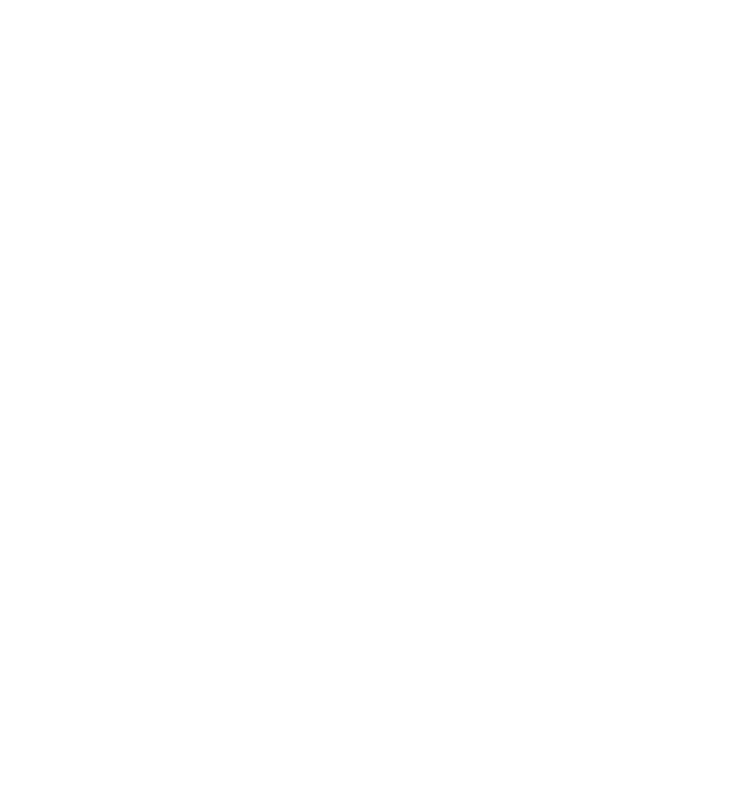
<source format=gbo>
G75*
%MOIN*%
%OFA0B0*%
%FSLAX24Y24*%
%IPPOS*%
%LPD*%
%AMOC8*
5,1,8,0,0,1.08239X$1,22.5*
%
%ADD10R,0.0960X0.0040*%
%ADD11R,0.1480X0.0040*%
%ADD12R,0.2000X0.0040*%
%ADD13R,0.2320X0.0040*%
%ADD14R,0.2600X0.0040*%
%ADD15R,0.3000X0.0040*%
%ADD16R,0.3240X0.0040*%
%ADD17R,0.3480X0.0040*%
%ADD18R,0.3640X0.0040*%
%ADD19R,0.3840X0.0040*%
%ADD20R,0.4040X0.0040*%
%ADD21R,0.4280X0.0040*%
%ADD22R,0.4440X0.0040*%
%ADD23R,0.4600X0.0040*%
%ADD24R,0.4720X0.0040*%
%ADD25R,0.4880X0.0040*%
%ADD26R,0.5040X0.0040*%
%ADD27R,0.5200X0.0040*%
%ADD28R,0.5320X0.0040*%
%ADD29R,0.5440X0.0040*%
%ADD30R,0.5560X0.0040*%
%ADD31R,0.5720X0.0040*%
%ADD32R,0.5840X0.0040*%
%ADD33R,0.5920X0.0040*%
%ADD34R,0.6040X0.0040*%
%ADD35R,0.6120X0.0040*%
%ADD36R,0.6240X0.0040*%
%ADD37R,0.6360X0.0040*%
%ADD38R,0.6480X0.0040*%
%ADD39R,0.6560X0.0040*%
%ADD40R,0.6680X0.0040*%
%ADD41R,0.6760X0.0040*%
%ADD42R,0.6840X0.0040*%
%ADD43R,0.6920X0.0040*%
%ADD44R,0.7000X0.0040*%
%ADD45R,0.7120X0.0040*%
%ADD46R,0.7200X0.0040*%
%ADD47R,0.7280X0.0040*%
%ADD48R,0.7360X0.0040*%
%ADD49R,0.7480X0.0040*%
%ADD50R,0.7520X0.0040*%
%ADD51R,0.7560X0.0040*%
%ADD52R,0.7640X0.0040*%
%ADD53R,0.7720X0.0040*%
%ADD54R,0.7800X0.0040*%
%ADD55R,0.7880X0.0040*%
%ADD56R,0.7960X0.0040*%
%ADD57R,0.8000X0.0040*%
%ADD58R,0.8080X0.0040*%
%ADD59R,0.8120X0.0040*%
%ADD60R,0.3560X0.0040*%
%ADD61R,0.3600X0.0040*%
%ADD62R,0.3400X0.0040*%
%ADD63R,0.3280X0.0040*%
%ADD64R,0.3160X0.0040*%
%ADD65R,0.3200X0.0040*%
%ADD66R,0.3120X0.0040*%
%ADD67R,0.2960X0.0040*%
%ADD68R,0.2880X0.0040*%
%ADD69R,0.2920X0.0040*%
%ADD70R,0.2840X0.0040*%
%ADD71R,0.2760X0.0040*%
%ADD72R,0.2800X0.0040*%
%ADD73R,0.2720X0.0040*%
%ADD74R,0.2680X0.0040*%
%ADD75R,0.2640X0.0040*%
%ADD76R,0.2560X0.0040*%
%ADD77R,0.2520X0.0040*%
%ADD78R,0.2480X0.0040*%
%ADD79R,0.2440X0.0040*%
%ADD80R,0.2400X0.0040*%
%ADD81R,0.2360X0.0040*%
%ADD82R,0.0320X0.0040*%
%ADD83R,0.0600X0.0040*%
%ADD84R,0.0720X0.0040*%
%ADD85R,0.2280X0.0040*%
%ADD86R,0.0880X0.0040*%
%ADD87R,0.2240X0.0040*%
%ADD88R,0.1040X0.0040*%
%ADD89R,0.2200X0.0040*%
%ADD90R,0.1120X0.0040*%
%ADD91R,0.1200X0.0040*%
%ADD92R,0.2160X0.0040*%
%ADD93R,0.1240X0.0040*%
%ADD94R,0.1280X0.0040*%
%ADD95R,0.1320X0.0040*%
%ADD96R,0.2120X0.0040*%
%ADD97R,0.2080X0.0040*%
%ADD98R,0.2040X0.0040*%
%ADD99R,0.1960X0.0040*%
%ADD100R,0.1160X0.0040*%
%ADD101R,0.1520X0.0040*%
%ADD102R,0.1920X0.0040*%
%ADD103R,0.0040X0.0040*%
%ADD104R,0.0120X0.0040*%
%ADD105R,0.0200X0.0040*%
%ADD106R,0.0280X0.0040*%
%ADD107R,0.0360X0.0040*%
%ADD108R,0.0440X0.0040*%
%ADD109R,0.0520X0.0040*%
%ADD110R,0.0680X0.0040*%
%ADD111R,0.0760X0.0040*%
%ADD112R,0.0840X0.0040*%
%ADD113R,0.0920X0.0040*%
%ADD114R,0.1000X0.0040*%
%ADD115R,0.1080X0.0040*%
%ADD116R,0.0080X0.0040*%
%ADD117R,0.0160X0.0040*%
%ADD118R,0.0240X0.0040*%
%ADD119R,0.1400X0.0040*%
%ADD120R,0.1560X0.0040*%
%ADD121R,0.1640X0.0040*%
%ADD122R,0.1720X0.0040*%
%ADD123R,0.1800X0.0040*%
%ADD124R,0.1880X0.0040*%
%ADD125R,0.0480X0.0040*%
%ADD126R,0.0560X0.0040*%
%ADD127R,0.0640X0.0040*%
%ADD128R,0.0800X0.0040*%
%ADD129R,0.4840X0.0040*%
%ADD130R,0.4800X0.0040*%
%ADD131R,0.4760X0.0040*%
%ADD132R,0.4680X0.0040*%
%ADD133R,0.4640X0.0040*%
%ADD134R,0.4560X0.0040*%
%ADD135R,0.4520X0.0040*%
%ADD136R,0.4480X0.0040*%
%ADD137R,0.4400X0.0040*%
%ADD138R,0.4360X0.0040*%
%ADD139R,0.4320X0.0040*%
%ADD140R,0.4240X0.0040*%
%ADD141R,0.4200X0.0040*%
%ADD142R,0.4160X0.0040*%
%ADD143R,0.4120X0.0040*%
%ADD144R,0.3960X0.0040*%
%ADD145R,0.3880X0.0040*%
%ADD146R,0.0400X0.0040*%
%ADD147R,0.3800X0.0040*%
%ADD148R,0.3760X0.0040*%
%ADD149R,0.3360X0.0040*%
%ADD150R,0.3080X0.0040*%
%ADD151R,0.1600X0.0040*%
%ADD152R,0.1680X0.0040*%
%ADD153R,0.3040X0.0040*%
%ADD154R,0.3720X0.0040*%
%ADD155R,0.3680X0.0040*%
%ADD156R,0.3520X0.0040*%
%ADD157R,0.3440X0.0040*%
%ADD158R,0.3320X0.0040*%
%ADD159R,0.1840X0.0040*%
%ADD160R,0.1760X0.0040*%
%ADD161R,0.1440X0.0040*%
%ADD162R,0.4920X0.0040*%
%ADD163R,0.4960X0.0040*%
%ADD164R,0.5000X0.0040*%
%ADD165R,0.5080X0.0040*%
%ADD166R,0.5120X0.0040*%
%ADD167R,0.5160X0.0040*%
%ADD168R,0.5240X0.0040*%
%ADD169R,0.5280X0.0040*%
%ADD170R,0.5360X0.0040*%
%ADD171R,0.5400X0.0040*%
%ADD172R,0.5480X0.0040*%
%ADD173R,0.5520X0.0040*%
%ADD174R,0.5600X0.0040*%
%ADD175R,0.5640X0.0040*%
%ADD176R,0.5680X0.0040*%
%ADD177R,0.5760X0.0040*%
%ADD178R,0.5800X0.0040*%
%ADD179R,0.5880X0.0040*%
%ADD180R,0.1360X0.0040*%
%ADD181R,0.3920X0.0040*%
%ADD182R,0.4000X0.0040*%
%ADD183R,0.4080X0.0040*%
%ADD184R,0.6720X0.0040*%
%ADD185R,0.6640X0.0040*%
D10*
X006680Y009540D03*
X011200Y015620D03*
X008080Y015860D03*
X008080Y020820D03*
X004440Y025620D03*
X002120Y021260D03*
X012640Y009580D03*
X014920Y014060D03*
X014320Y015860D03*
X014320Y020820D03*
X014920Y022620D03*
X015720Y026460D03*
X013520Y027980D03*
X020280Y006700D03*
X019160Y003580D03*
D11*
X019180Y003620D03*
X021100Y013180D03*
X014660Y014580D03*
X014300Y015620D03*
X014660Y022100D03*
X019140Y023580D03*
X021060Y023580D03*
X021060Y023620D03*
X021060Y023540D03*
X021060Y023500D03*
X021060Y023460D03*
X021060Y023420D03*
X021060Y023380D03*
X021060Y023340D03*
X021060Y023300D03*
X021060Y023260D03*
X021060Y023220D03*
X021060Y023180D03*
X021060Y023140D03*
X008860Y027740D03*
X001700Y019100D03*
X002140Y015660D03*
X004460Y011300D03*
X008100Y015620D03*
X008860Y008940D03*
D12*
X004440Y011580D03*
X008120Y015380D03*
X008120Y021300D03*
X011200Y024980D03*
X014280Y021300D03*
X017480Y024540D03*
X014280Y015380D03*
X014400Y015100D03*
X016920Y012740D03*
X015200Y010100D03*
X015200Y010060D03*
X015160Y009980D03*
X015160Y009940D03*
X015120Y009860D03*
X015120Y009820D03*
X015080Y009700D03*
X015040Y007980D03*
X015080Y007820D03*
X015080Y007780D03*
X015080Y007740D03*
X015120Y007700D03*
X015120Y007660D03*
X015160Y007540D03*
X019160Y003660D03*
X023200Y007580D03*
X023200Y007620D03*
X023240Y007700D03*
X023240Y007740D03*
X023280Y007780D03*
X023280Y007820D03*
X023280Y007860D03*
X023280Y007900D03*
X023280Y009620D03*
X023240Y009740D03*
X023240Y009780D03*
X023200Y009900D03*
X023200Y009940D03*
X023160Y010020D03*
X004440Y025100D03*
X002120Y020740D03*
D13*
X011200Y025140D03*
X017640Y024660D03*
X016760Y012460D03*
X015680Y010940D03*
X015640Y010900D03*
X015600Y006620D03*
X015640Y006580D03*
X015680Y006500D03*
X019160Y003700D03*
X022680Y006540D03*
X022720Y006580D03*
X022680Y010940D03*
X021520Y012540D03*
D14*
X021660Y012260D03*
X021660Y012220D03*
X022340Y011300D03*
X022380Y011260D03*
X022380Y006180D03*
X022340Y006140D03*
X019180Y003740D03*
X015980Y006140D03*
X015940Y011220D03*
X016620Y012180D03*
X011180Y011380D03*
X011180Y025300D03*
X019100Y026340D03*
D15*
X019100Y026220D03*
X011180Y025500D03*
X011180Y020660D03*
X011180Y016020D03*
X011180Y011180D03*
X016420Y011660D03*
X016420Y005780D03*
X019180Y003780D03*
X021900Y005780D03*
X022020Y011540D03*
X021860Y011740D03*
X021860Y011780D03*
X005660Y012420D03*
X005660Y024220D03*
D16*
X005540Y024460D03*
X011180Y020580D03*
X019100Y026140D03*
X011180Y011060D03*
X016660Y005660D03*
X019180Y003820D03*
D17*
X019180Y003860D03*
X011180Y010940D03*
X005420Y024700D03*
X011180Y025740D03*
D18*
X005340Y024860D03*
X011180Y016260D03*
X011180Y010860D03*
X005340Y011820D03*
X019100Y025980D03*
X019180Y003900D03*
D19*
X019160Y003940D03*
X011200Y016340D03*
X005240Y023820D03*
D20*
X011180Y010660D03*
X019180Y003980D03*
D21*
X019180Y004020D03*
X011100Y010460D03*
X019100Y025620D03*
X011180Y026140D03*
D22*
X011180Y019980D03*
X011180Y016700D03*
X010980Y010260D03*
X019180Y004060D03*
X019100Y025500D03*
D23*
X019100Y025380D03*
X010860Y010060D03*
X019180Y004100D03*
D24*
X019160Y004140D03*
X010760Y009900D03*
X011200Y016900D03*
X011200Y019780D03*
D25*
X011200Y019660D03*
X011200Y019620D03*
X011200Y026420D03*
X004800Y023340D03*
X004800Y013340D03*
X010680Y009740D03*
X019160Y004180D03*
D26*
X019160Y004220D03*
X011200Y017180D03*
X011200Y017220D03*
X011200Y019460D03*
X011200Y019500D03*
X011200Y026500D03*
X004880Y023180D03*
X004880Y013500D03*
D27*
X004960Y013660D03*
X011200Y017420D03*
X011200Y019260D03*
X011200Y019300D03*
X004960Y023020D03*
X019160Y004260D03*
D28*
X019180Y004300D03*
X011180Y019060D03*
X011180Y019100D03*
X005020Y022900D03*
X005020Y013780D03*
D29*
X005080Y013900D03*
X011200Y017820D03*
X011200Y017860D03*
X011200Y017900D03*
X011200Y017940D03*
X011200Y018740D03*
X011200Y018780D03*
X011200Y018820D03*
X011200Y018860D03*
X011200Y018900D03*
X005080Y022780D03*
X011200Y026700D03*
X019160Y004340D03*
D30*
X019180Y004380D03*
X005140Y014020D03*
X005140Y022660D03*
X011180Y026780D03*
D31*
X005220Y022500D03*
X005220Y014180D03*
X019180Y004420D03*
D32*
X019160Y004460D03*
X005280Y014300D03*
X005280Y022380D03*
X011200Y026900D03*
D33*
X019160Y004500D03*
D34*
X019180Y004540D03*
D35*
X019180Y004580D03*
D36*
X019160Y004620D03*
D37*
X019180Y004660D03*
D38*
X019160Y004700D03*
D39*
X019160Y004740D03*
D40*
X019180Y004780D03*
X004260Y017780D03*
X004260Y017820D03*
X004260Y017860D03*
X004260Y017900D03*
X004260Y017940D03*
X004260Y017980D03*
X004260Y018020D03*
X004260Y018060D03*
X004260Y018100D03*
X004260Y018140D03*
X004260Y018180D03*
X004260Y018500D03*
X004260Y018540D03*
X004260Y018580D03*
X004260Y018620D03*
X004260Y018660D03*
X004260Y018700D03*
X004260Y018740D03*
X004260Y018780D03*
X004260Y018820D03*
X004260Y018860D03*
X004260Y018900D03*
X004300Y019060D03*
D41*
X019180Y004820D03*
D42*
X019180Y004860D03*
D43*
X019180Y004900D03*
D44*
X019180Y004940D03*
D45*
X019160Y004980D03*
D46*
X019160Y005020D03*
D47*
X019160Y005060D03*
D48*
X019160Y005100D03*
D49*
X019180Y005140D03*
D50*
X019160Y005180D03*
D51*
X019180Y005220D03*
D52*
X019180Y005260D03*
D53*
X019180Y005300D03*
D54*
X019180Y005340D03*
D55*
X019180Y005380D03*
D56*
X019180Y005420D03*
D57*
X019160Y005460D03*
D58*
X019160Y005500D03*
D59*
X019180Y005540D03*
D60*
X016860Y005580D03*
X011180Y010900D03*
X005380Y011900D03*
X011180Y020460D03*
X005380Y024780D03*
X005380Y024820D03*
D61*
X011200Y025780D03*
X005360Y011860D03*
X021480Y005580D03*
D62*
X021580Y005620D03*
X016740Y005620D03*
X011180Y010980D03*
X005460Y012020D03*
X011180Y025700D03*
X019100Y026060D03*
D63*
X011200Y025620D03*
X011200Y020540D03*
X011200Y016100D03*
X005520Y012180D03*
X005520Y024500D03*
X021680Y005660D03*
D64*
X016580Y005700D03*
X011180Y011100D03*
X005580Y012260D03*
D65*
X005560Y012220D03*
X005560Y024420D03*
X011200Y025580D03*
X021760Y005700D03*
D66*
X021840Y005740D03*
X016520Y005740D03*
X011200Y016060D03*
X011200Y020620D03*
X011200Y025540D03*
X005600Y024380D03*
X005600Y012340D03*
X005600Y012300D03*
X019080Y026180D03*
D67*
X021840Y011820D03*
X021960Y005820D03*
X016360Y005820D03*
X016440Y011700D03*
X005680Y012460D03*
D68*
X005720Y012540D03*
X011200Y011260D03*
X011200Y015980D03*
X011200Y020700D03*
X011200Y025420D03*
X005720Y024140D03*
X005720Y024100D03*
X016480Y011820D03*
X016320Y005860D03*
X021800Y011900D03*
X021800Y011940D03*
D69*
X021820Y011860D03*
X022060Y011500D03*
X022020Y005860D03*
X016460Y011740D03*
X016460Y011780D03*
X016260Y011460D03*
X011180Y011220D03*
X005700Y012500D03*
X005700Y024180D03*
X011180Y025460D03*
D70*
X005740Y024060D03*
X005740Y012580D03*
X016180Y011420D03*
X016500Y011860D03*
X016500Y011900D03*
X016260Y005900D03*
X021780Y011980D03*
X022140Y011460D03*
X022060Y005900D03*
X019100Y026260D03*
D71*
X019100Y026300D03*
X011180Y015940D03*
X011180Y011300D03*
X016140Y011380D03*
X016540Y011980D03*
X016220Y005940D03*
X021740Y012060D03*
X022220Y011420D03*
X022260Y011380D03*
X022180Y005980D03*
X005780Y012660D03*
D72*
X005760Y012620D03*
X005760Y024020D03*
X011200Y025380D03*
X016520Y011940D03*
X021760Y012020D03*
X022120Y005940D03*
D73*
X021720Y012100D03*
X016560Y012060D03*
X016560Y012020D03*
X016080Y011340D03*
X016040Y011300D03*
X016120Y006020D03*
X016160Y005980D03*
X005800Y012700D03*
X006240Y019100D03*
X005800Y023980D03*
X011200Y025340D03*
X011200Y020740D03*
D74*
X005820Y023940D03*
X005820Y012740D03*
X011180Y011340D03*
X016580Y012100D03*
X021700Y012140D03*
X022300Y011340D03*
X022260Y006060D03*
X022220Y006020D03*
D75*
X022320Y006100D03*
X021680Y012180D03*
X016600Y012140D03*
X016000Y011260D03*
X016040Y006100D03*
X016080Y006060D03*
X011200Y015900D03*
X005840Y012820D03*
X005840Y012780D03*
X005840Y023860D03*
X005840Y023900D03*
D76*
X011200Y020780D03*
X017800Y024700D03*
X016640Y012220D03*
X021640Y012300D03*
X015920Y006220D03*
X015960Y006180D03*
D77*
X015860Y011140D03*
X015900Y011180D03*
X016660Y012260D03*
X021620Y012340D03*
X022460Y006260D03*
X022420Y006220D03*
X011180Y011420D03*
X020420Y024700D03*
X011180Y025260D03*
D78*
X011200Y025220D03*
X016680Y012300D03*
X021600Y012380D03*
X022440Y011220D03*
X022480Y011180D03*
X022480Y006300D03*
X015880Y006260D03*
X015840Y006300D03*
X011200Y011460D03*
D79*
X011180Y015860D03*
X011180Y020820D03*
X016700Y012340D03*
X015820Y011100D03*
X015780Y011060D03*
X015780Y006380D03*
X015820Y006340D03*
X021580Y012420D03*
X022500Y011140D03*
X022540Y011100D03*
X022540Y006340D03*
X019100Y026380D03*
D80*
X011200Y025180D03*
X021560Y012460D03*
X022560Y011060D03*
X022640Y006460D03*
X022600Y006420D03*
X022560Y006380D03*
X016720Y012380D03*
X015760Y011020D03*
X015760Y006420D03*
D81*
X015700Y006460D03*
X015660Y006540D03*
X015700Y010980D03*
X016740Y012420D03*
X021540Y012500D03*
X022620Y011020D03*
X022660Y010980D03*
X022660Y006500D03*
X011180Y011500D03*
D82*
X012920Y008980D03*
X015080Y013580D03*
X021000Y009620D03*
X020280Y006540D03*
X008120Y016220D03*
X008120Y020460D03*
X010600Y021940D03*
X011200Y021100D03*
X011800Y021940D03*
X015240Y023260D03*
X015400Y025420D03*
X015400Y025460D03*
X015400Y025500D03*
X004440Y025940D03*
X004440Y010740D03*
D83*
X002140Y015220D03*
X008100Y016060D03*
X008100Y020620D03*
X008860Y028180D03*
X015100Y022980D03*
X015540Y026060D03*
X019100Y026660D03*
X015100Y018860D03*
X015100Y018820D03*
X015100Y018780D03*
X015100Y018740D03*
X015100Y018700D03*
X015100Y018660D03*
X015100Y018620D03*
X015100Y018580D03*
X015100Y018540D03*
X015100Y018500D03*
X015100Y018460D03*
X015100Y018420D03*
X015100Y018260D03*
X015100Y018220D03*
X015100Y018180D03*
X015100Y018140D03*
X015100Y018100D03*
X015100Y018060D03*
X015100Y018020D03*
X015100Y017980D03*
X015100Y017940D03*
X015100Y017900D03*
X015100Y017860D03*
X015100Y017820D03*
X014300Y016060D03*
X015100Y013700D03*
X012780Y009260D03*
X008860Y008500D03*
X020300Y006580D03*
D84*
X020280Y006620D03*
X021000Y009540D03*
X015040Y013820D03*
X014280Y015980D03*
X014280Y020700D03*
X015040Y022860D03*
X015600Y026220D03*
X008080Y015980D03*
X004440Y010940D03*
X012720Y009380D03*
X002120Y021380D03*
X004440Y025740D03*
D85*
X003700Y019100D03*
X003700Y017580D03*
X011180Y020860D03*
X016780Y012500D03*
X015620Y010860D03*
X015580Y010820D03*
X015540Y006700D03*
X015580Y006660D03*
X011180Y011540D03*
X022700Y010900D03*
X022740Y010860D03*
X022780Y006700D03*
X022780Y006660D03*
X022740Y006620D03*
X019100Y026420D03*
D86*
X019120Y024140D03*
X015680Y026380D03*
X013520Y028020D03*
X013520Y028060D03*
X014960Y022700D03*
X011200Y021060D03*
X008080Y020780D03*
X008080Y015900D03*
X004440Y011020D03*
X002120Y015380D03*
X002120Y021300D03*
X004440Y025660D03*
X014960Y013980D03*
X012640Y009500D03*
X020280Y006660D03*
D87*
X022800Y006740D03*
X022840Y006780D03*
X022800Y010780D03*
X022760Y010820D03*
X021480Y012580D03*
X016800Y012540D03*
X015560Y010780D03*
X015520Y010740D03*
X015480Y006820D03*
X015520Y006740D03*
X011200Y015820D03*
X011200Y025100D03*
X020560Y024660D03*
D88*
X019120Y024060D03*
X015760Y026540D03*
X014880Y022540D03*
X014320Y020860D03*
X014320Y015820D03*
X014880Y014140D03*
X012600Y009660D03*
X008080Y015820D03*
X004440Y011100D03*
X008080Y020860D03*
X004440Y025580D03*
X002120Y021220D03*
X020280Y006780D03*
X020280Y006740D03*
X021040Y009380D03*
D89*
X022820Y010740D03*
X022860Y010700D03*
X022900Y010620D03*
X021460Y012620D03*
X016820Y012580D03*
X015500Y010700D03*
X015500Y010660D03*
X015460Y010620D03*
X015460Y006860D03*
X015500Y006780D03*
X011180Y011580D03*
X004500Y011700D03*
X002540Y016420D03*
X002980Y016860D03*
X002980Y019820D03*
X002540Y020260D03*
X004500Y024980D03*
X007180Y022300D03*
X017580Y024620D03*
X022940Y006940D03*
X022900Y006900D03*
X022900Y006860D03*
X022860Y006820D03*
D90*
X021000Y008420D03*
X021040Y008620D03*
X021040Y008660D03*
X021040Y008700D03*
X021040Y008740D03*
X021040Y009100D03*
X021040Y009140D03*
X021040Y009180D03*
X021040Y009220D03*
X021040Y009260D03*
X021040Y009300D03*
X020280Y006820D03*
X014840Y014220D03*
X012560Y009700D03*
X008080Y015780D03*
X004440Y011140D03*
X008080Y020900D03*
X004440Y025540D03*
X002120Y021180D03*
X014840Y022460D03*
X015800Y026620D03*
X019120Y024020D03*
D91*
X019120Y023980D03*
X019120Y023940D03*
X015840Y026660D03*
X013520Y027900D03*
X014800Y022380D03*
X014320Y020940D03*
X014800Y014300D03*
X020840Y007900D03*
X020840Y007860D03*
X020800Y007780D03*
X020880Y007940D03*
X020880Y007980D03*
X020920Y008100D03*
X020960Y008220D03*
X020280Y006860D03*
X008080Y015740D03*
X004440Y011180D03*
X008080Y020940D03*
X004440Y025500D03*
D92*
X004480Y025020D03*
X004520Y024940D03*
X007240Y022260D03*
X007280Y022220D03*
X007320Y022180D03*
X007360Y022140D03*
X007400Y022100D03*
X007440Y022060D03*
X007480Y022020D03*
X007520Y021980D03*
X007560Y021940D03*
X007600Y021900D03*
X007640Y021860D03*
X007680Y021820D03*
X007720Y021780D03*
X007760Y021740D03*
X007800Y021700D03*
X007840Y021660D03*
X007880Y021620D03*
X007920Y021580D03*
X007960Y021540D03*
X008000Y021500D03*
X008040Y021460D03*
X008080Y021420D03*
X008120Y021380D03*
X003680Y019140D03*
X003600Y019180D03*
X003400Y019380D03*
X003240Y019580D03*
X003160Y019620D03*
X002800Y020020D03*
X002720Y020060D03*
X002360Y020460D03*
X002320Y020500D03*
X003640Y017540D03*
X003640Y017500D03*
X003600Y017460D03*
X003560Y017420D03*
X003480Y017380D03*
X003440Y017340D03*
X003440Y017300D03*
X003400Y017260D03*
X003360Y017220D03*
X003240Y017140D03*
X003200Y017100D03*
X003200Y017060D03*
X003160Y017020D03*
X003120Y016980D03*
X003000Y016900D03*
X002960Y016820D03*
X002920Y016780D03*
X002800Y016700D03*
X002760Y016620D03*
X002720Y016580D03*
X002680Y016540D03*
X002560Y016460D03*
X002520Y016380D03*
X002480Y016340D03*
X002360Y016260D03*
X002320Y016180D03*
X002280Y016140D03*
X002240Y016100D03*
X002160Y016060D03*
X004480Y011660D03*
X007200Y014380D03*
X007240Y014420D03*
X007280Y014460D03*
X007320Y014500D03*
X007360Y014540D03*
X007400Y014580D03*
X007440Y014620D03*
X007480Y014660D03*
X007520Y014700D03*
X007560Y014740D03*
X007600Y014780D03*
X007640Y014820D03*
X007680Y014860D03*
X007720Y014900D03*
X007760Y014940D03*
X007800Y014980D03*
X007840Y015020D03*
X007880Y015060D03*
X007920Y015100D03*
X007960Y015140D03*
X008000Y015180D03*
X008040Y015220D03*
X008080Y015260D03*
X008120Y015300D03*
X009280Y009700D03*
X009240Y009660D03*
X009200Y009620D03*
X009160Y009580D03*
X009120Y009540D03*
X009080Y009500D03*
X009040Y009460D03*
X009000Y009420D03*
X008960Y009380D03*
X008920Y009340D03*
X008880Y009300D03*
X014320Y015220D03*
X014320Y015260D03*
X014280Y015300D03*
X016840Y012620D03*
X015440Y010580D03*
X015400Y010540D03*
X015320Y007100D03*
X015360Y007020D03*
X015400Y006980D03*
X015400Y006940D03*
X015440Y006900D03*
X021440Y012660D03*
X022880Y010660D03*
X022920Y010580D03*
X022960Y010500D03*
X023000Y007060D03*
X022960Y007020D03*
X022960Y006980D03*
X014280Y021380D03*
X014320Y021420D03*
X013080Y026940D03*
X013080Y026980D03*
X013120Y027020D03*
X013240Y027100D03*
X013280Y027140D03*
X013320Y027180D03*
X013320Y027220D03*
X013440Y027300D03*
X013480Y027340D03*
X013520Y027380D03*
X013520Y027420D03*
X009280Y026980D03*
X009240Y027020D03*
X009200Y027060D03*
X009160Y027100D03*
X009120Y027140D03*
X009080Y027180D03*
X009040Y027220D03*
X009000Y027260D03*
X008960Y027300D03*
X008920Y027340D03*
X008880Y027380D03*
D93*
X008860Y027860D03*
X013540Y027860D03*
X015860Y026700D03*
X014780Y022340D03*
X014300Y020980D03*
X014300Y015700D03*
X014780Y014340D03*
X008860Y008820D03*
X002140Y015540D03*
X002140Y021140D03*
X020300Y006900D03*
X020660Y007500D03*
X020700Y007540D03*
X020700Y007580D03*
X020740Y007620D03*
X020740Y007660D03*
X020780Y007700D03*
X020780Y007740D03*
X020820Y007820D03*
D94*
X020640Y007460D03*
X020600Y007420D03*
X020600Y007380D03*
X020560Y007340D03*
X020320Y006940D03*
X014760Y014380D03*
X011200Y021020D03*
X008080Y020980D03*
X004440Y025460D03*
X002120Y021100D03*
X002120Y015580D03*
X004440Y011220D03*
X008080Y015700D03*
X014760Y022300D03*
X015880Y026740D03*
X019120Y023900D03*
X019120Y023860D03*
D95*
X014740Y022260D03*
X014300Y021020D03*
X014300Y015660D03*
X014740Y014420D03*
X008860Y008860D03*
X020340Y007020D03*
X020340Y006980D03*
X020380Y007060D03*
X020380Y007100D03*
X020420Y007140D03*
X020460Y007180D03*
X020460Y007220D03*
X020500Y007260D03*
X020540Y007300D03*
X013540Y027820D03*
X008860Y027820D03*
D96*
X008860Y027420D03*
X011180Y025060D03*
X013180Y027060D03*
X013380Y027260D03*
X014340Y021500D03*
X014340Y021460D03*
X019100Y026460D03*
X020660Y024620D03*
X021420Y012700D03*
X022940Y010540D03*
X022980Y010460D03*
X022980Y010420D03*
X023020Y010380D03*
X023060Y007220D03*
X023020Y007140D03*
X023020Y007100D03*
X016860Y012660D03*
X015380Y010500D03*
X015380Y010460D03*
X015340Y010420D03*
X015300Y010340D03*
X015260Y007260D03*
X015300Y007180D03*
X015300Y007140D03*
X015340Y007060D03*
X011180Y011620D03*
X008860Y009260D03*
X002620Y016500D03*
X002780Y016660D03*
X002860Y016740D03*
X003060Y016940D03*
X003300Y017180D03*
X002420Y016300D03*
X002340Y016220D03*
X002140Y016020D03*
X002140Y015980D03*
X003580Y019220D03*
X003540Y019260D03*
X003500Y019300D03*
X003460Y019340D03*
X003380Y019420D03*
X003340Y019460D03*
X003300Y019500D03*
X003260Y019540D03*
X003140Y019660D03*
X003100Y019700D03*
X003060Y019740D03*
X003020Y019780D03*
X002940Y019860D03*
X002900Y019900D03*
X002860Y019940D03*
X002820Y019980D03*
X002700Y020100D03*
X002660Y020140D03*
X002620Y020180D03*
X002580Y020220D03*
X002500Y020300D03*
X002460Y020340D03*
X002420Y020380D03*
X002380Y020420D03*
X002260Y020540D03*
X002220Y020580D03*
X002180Y020620D03*
X002140Y020660D03*
X002140Y020700D03*
X004460Y025060D03*
D97*
X008120Y021340D03*
X011200Y020900D03*
X014280Y021340D03*
X014360Y021540D03*
X017520Y024580D03*
X013520Y027460D03*
X011200Y015780D03*
X008120Y015340D03*
X004440Y011620D03*
X014280Y015340D03*
X014360Y015180D03*
X016880Y012700D03*
X015320Y010380D03*
X015280Y010300D03*
X015280Y010260D03*
X015240Y010180D03*
X015200Y007420D03*
X015200Y007380D03*
X015240Y007300D03*
X015280Y007220D03*
X021400Y012740D03*
X023040Y010340D03*
X023080Y010260D03*
X023120Y010140D03*
X023160Y007460D03*
X023120Y007380D03*
X023120Y007340D03*
X023080Y007300D03*
X023080Y007260D03*
X023040Y007180D03*
D98*
X023140Y007420D03*
X023180Y007500D03*
X023180Y007540D03*
X023220Y007660D03*
X023180Y009980D03*
X023140Y010060D03*
X023140Y010100D03*
X023100Y010180D03*
X023100Y010220D03*
X023060Y010300D03*
X021380Y012780D03*
X015260Y010220D03*
X015220Y010140D03*
X015180Y010020D03*
X015140Y007620D03*
X015140Y007580D03*
X015180Y007500D03*
X015180Y007460D03*
X015220Y007340D03*
X011180Y011660D03*
X008860Y009220D03*
X014380Y015140D03*
X014380Y021580D03*
X011180Y025020D03*
X008860Y027460D03*
X002140Y015940D03*
X020700Y024580D03*
D99*
X020740Y024540D03*
X017460Y024500D03*
X017420Y024460D03*
X014420Y021620D03*
X013540Y027500D03*
X008860Y027500D03*
X002140Y015900D03*
X004460Y011540D03*
X008860Y009180D03*
X011180Y011700D03*
X014420Y015060D03*
X016940Y012780D03*
X015140Y009900D03*
X015100Y009780D03*
X015100Y009740D03*
X015060Y009660D03*
X015060Y009620D03*
X015060Y009580D03*
X015020Y009460D03*
X015020Y009420D03*
X015020Y009380D03*
X015020Y009340D03*
X014980Y009140D03*
X014980Y009100D03*
X014980Y008420D03*
X014980Y008380D03*
X014980Y008340D03*
X015020Y008140D03*
X015020Y008100D03*
X015020Y008060D03*
X015020Y008020D03*
X015060Y007940D03*
X015060Y007900D03*
X015060Y007860D03*
X021340Y012820D03*
X023220Y009860D03*
X023220Y009820D03*
X023260Y009700D03*
X023260Y009660D03*
X023300Y009580D03*
X023300Y009540D03*
X023300Y009500D03*
X023300Y009460D03*
X023340Y009380D03*
X023340Y009340D03*
X023340Y009300D03*
X023340Y009260D03*
X023340Y009220D03*
X023340Y008300D03*
X023340Y008260D03*
X023340Y008220D03*
X023340Y008180D03*
X023340Y008140D03*
X023300Y008100D03*
X023300Y008060D03*
X023300Y008020D03*
X023300Y007980D03*
X023300Y007940D03*
D100*
X021020Y008460D03*
X021020Y008500D03*
X021020Y008540D03*
X021020Y008580D03*
X020980Y008380D03*
X020980Y008340D03*
X020980Y008300D03*
X020980Y008260D03*
X020940Y008180D03*
X020940Y008140D03*
X020900Y008060D03*
X020900Y008020D03*
X021060Y008780D03*
X021060Y008820D03*
X021060Y008860D03*
X021060Y008900D03*
X021060Y008940D03*
X021060Y008980D03*
X021060Y009020D03*
X021060Y009060D03*
X014820Y014260D03*
X014300Y015740D03*
X014820Y022420D03*
X019100Y026620D03*
X008860Y027900D03*
X002140Y015500D03*
X008860Y008780D03*
D101*
X006400Y009580D03*
X006400Y009620D03*
X006400Y009660D03*
X006400Y009700D03*
X006400Y009740D03*
X006400Y009780D03*
X006400Y009820D03*
X006400Y009860D03*
X006400Y009900D03*
X006400Y009940D03*
X006400Y009980D03*
X006400Y010020D03*
X006400Y010060D03*
X006400Y010100D03*
X006400Y010140D03*
X006400Y010180D03*
X006400Y010220D03*
X006400Y010260D03*
X006400Y010300D03*
X006400Y010340D03*
X006400Y010380D03*
X006400Y010420D03*
X006400Y010460D03*
X006400Y010500D03*
X006400Y010540D03*
X006400Y010580D03*
X006400Y010620D03*
X006400Y010660D03*
X006400Y010700D03*
X006400Y010740D03*
X006400Y010780D03*
X006400Y010820D03*
X006400Y010860D03*
X006400Y010900D03*
X006400Y010940D03*
X006400Y010980D03*
X006400Y011020D03*
X006400Y011060D03*
X006400Y011100D03*
X006400Y011140D03*
X006400Y011180D03*
X006400Y011220D03*
X006400Y011260D03*
X006400Y011300D03*
X006400Y011340D03*
X006400Y011380D03*
X006400Y011420D03*
X006400Y011460D03*
X006400Y011500D03*
X006400Y011540D03*
X006400Y011580D03*
X006400Y011620D03*
X006400Y011660D03*
X006400Y011700D03*
X004440Y011340D03*
X011200Y011940D03*
X011200Y011980D03*
X011200Y012020D03*
X011200Y012060D03*
X011200Y012100D03*
X011200Y012140D03*
X011200Y012180D03*
X011200Y012220D03*
X011200Y012260D03*
X011200Y012300D03*
X011200Y012340D03*
X011200Y012380D03*
X011200Y012420D03*
X011200Y012460D03*
X011200Y012500D03*
X011200Y012540D03*
X011200Y012580D03*
X011200Y012620D03*
X011200Y012660D03*
X011200Y012700D03*
X011200Y012740D03*
X011200Y012780D03*
X011200Y012820D03*
X011200Y012860D03*
X011200Y012900D03*
X011200Y012940D03*
X011200Y012980D03*
X011200Y013020D03*
X011200Y013060D03*
X011200Y013100D03*
X011200Y013140D03*
X011200Y013180D03*
X011200Y013220D03*
X011200Y013260D03*
X011200Y013300D03*
X011200Y013340D03*
X011200Y013380D03*
X011200Y013420D03*
X011200Y013460D03*
X011200Y013500D03*
X011200Y013540D03*
X011200Y013580D03*
X011200Y013620D03*
X011200Y013660D03*
X011200Y013700D03*
X011200Y013740D03*
X011200Y013780D03*
X011200Y013820D03*
X011200Y013860D03*
X011200Y013900D03*
X011200Y013940D03*
X011200Y013980D03*
X011200Y014020D03*
X011200Y014060D03*
X011200Y014100D03*
X011200Y014140D03*
X011200Y014180D03*
X011200Y014220D03*
X011200Y014260D03*
X011200Y014300D03*
X011200Y014340D03*
X011200Y014380D03*
X011200Y014420D03*
X011200Y014460D03*
X011200Y014500D03*
X011200Y014540D03*
X011200Y014580D03*
X011200Y014620D03*
X011200Y014660D03*
X011200Y014700D03*
X014640Y014620D03*
X017160Y014620D03*
X017160Y014660D03*
X017160Y014700D03*
X017160Y014740D03*
X017160Y014780D03*
X017160Y014820D03*
X017160Y014860D03*
X017160Y014900D03*
X017160Y014940D03*
X017160Y014980D03*
X017160Y015020D03*
X017160Y015060D03*
X017160Y015100D03*
X017160Y015140D03*
X017160Y015180D03*
X017160Y015220D03*
X017160Y015260D03*
X017160Y015300D03*
X017160Y015340D03*
X017160Y015380D03*
X017160Y015420D03*
X017160Y015460D03*
X017160Y015500D03*
X017160Y015540D03*
X017160Y015580D03*
X017160Y015620D03*
X017160Y015660D03*
X017160Y015700D03*
X017160Y015740D03*
X017160Y015780D03*
X017160Y015820D03*
X017160Y015860D03*
X017160Y015900D03*
X017160Y015940D03*
X017160Y015980D03*
X017160Y016020D03*
X017160Y016060D03*
X017160Y016100D03*
X017160Y016140D03*
X017160Y016180D03*
X017160Y016220D03*
X017160Y016260D03*
X017160Y016300D03*
X017160Y016340D03*
X017160Y016380D03*
X017160Y016420D03*
X017160Y016460D03*
X017160Y016500D03*
X017160Y016540D03*
X017160Y016580D03*
X017160Y016620D03*
X017160Y016660D03*
X017160Y016700D03*
X017160Y016740D03*
X017160Y016780D03*
X017160Y016820D03*
X017160Y016860D03*
X017160Y016900D03*
X017160Y016940D03*
X017160Y016980D03*
X017160Y017020D03*
X017160Y017060D03*
X017160Y017100D03*
X017160Y017140D03*
X017160Y017180D03*
X017160Y017220D03*
X017160Y017260D03*
X017160Y017300D03*
X017160Y017340D03*
X017160Y017380D03*
X017160Y017420D03*
X017160Y017460D03*
X017160Y017500D03*
X017160Y017540D03*
X017160Y017580D03*
X017160Y017620D03*
X017160Y017660D03*
X017160Y017700D03*
X017160Y017740D03*
X017160Y017780D03*
X017160Y017820D03*
X017160Y017860D03*
X017160Y017900D03*
X017160Y017940D03*
X017160Y017980D03*
X017160Y018020D03*
X017160Y018060D03*
X017160Y018100D03*
X017160Y018140D03*
X017160Y018180D03*
X017160Y018220D03*
X017160Y018260D03*
X017160Y018300D03*
X017160Y018340D03*
X017160Y018380D03*
X017160Y018420D03*
X017160Y018460D03*
X017160Y018500D03*
X017160Y018540D03*
X017160Y018580D03*
X017160Y018620D03*
X017160Y018660D03*
X017160Y018700D03*
X017160Y018740D03*
X017160Y018780D03*
X017160Y018820D03*
X017160Y018860D03*
X017160Y018900D03*
X017160Y018940D03*
X017160Y018980D03*
X017160Y019020D03*
X017160Y019060D03*
X017160Y019100D03*
X017160Y019140D03*
X017160Y019180D03*
X017160Y019220D03*
X017160Y019260D03*
X017160Y019300D03*
X017160Y019340D03*
X017160Y019380D03*
X017160Y019420D03*
X017160Y019460D03*
X017160Y019500D03*
X017160Y019540D03*
X017160Y019580D03*
X017160Y019620D03*
X017160Y019660D03*
X017160Y019700D03*
X017160Y019740D03*
X017160Y019780D03*
X017160Y019820D03*
X017160Y019860D03*
X017160Y019900D03*
X017160Y019940D03*
X017160Y019980D03*
X017160Y020020D03*
X017160Y020060D03*
X017160Y020100D03*
X017160Y020140D03*
X017160Y020180D03*
X017160Y020220D03*
X017160Y020260D03*
X017160Y020300D03*
X017160Y020340D03*
X017160Y020380D03*
X017160Y020420D03*
X017160Y020460D03*
X017160Y020500D03*
X017160Y020540D03*
X017160Y020580D03*
X017160Y020620D03*
X017160Y020660D03*
X017160Y020700D03*
X017160Y020740D03*
X017160Y020780D03*
X017160Y020820D03*
X017160Y020860D03*
X017160Y020900D03*
X017160Y020940D03*
X017160Y020980D03*
X017160Y021020D03*
X017160Y021060D03*
X017160Y021100D03*
X017160Y021140D03*
X017160Y021180D03*
X017160Y021220D03*
X017160Y021260D03*
X017160Y021300D03*
X017160Y021340D03*
X017160Y021380D03*
X017160Y021420D03*
X017160Y021460D03*
X017160Y021500D03*
X017160Y021540D03*
X017160Y021580D03*
X017160Y021620D03*
X017160Y021660D03*
X017160Y021700D03*
X017160Y021740D03*
X017160Y021780D03*
X017160Y021820D03*
X017160Y021860D03*
X017160Y021900D03*
X017160Y021940D03*
X017160Y021980D03*
X017160Y022020D03*
X017160Y022060D03*
X017160Y022100D03*
X017160Y022140D03*
X017160Y022180D03*
X017160Y022220D03*
X017160Y022260D03*
X017160Y022300D03*
X017160Y022340D03*
X017160Y022380D03*
X017160Y022420D03*
X017160Y022460D03*
X017160Y022500D03*
X017160Y022540D03*
X017160Y022580D03*
X017160Y022620D03*
X017160Y022660D03*
X017160Y022700D03*
X017160Y022740D03*
X017160Y022780D03*
X017160Y022820D03*
X017160Y022860D03*
X017160Y022900D03*
X017160Y022940D03*
X017160Y022980D03*
X017160Y023020D03*
X017160Y023060D03*
X017160Y023100D03*
X017160Y023140D03*
X017160Y023180D03*
X017160Y023220D03*
X017160Y023260D03*
X017160Y023300D03*
X017160Y023340D03*
X017160Y023380D03*
X017160Y023420D03*
X017160Y023460D03*
X017160Y023500D03*
X019120Y023500D03*
X019120Y023540D03*
X019120Y023460D03*
X019120Y023420D03*
X019120Y023380D03*
X019120Y023340D03*
X019120Y023300D03*
X019120Y023260D03*
X021040Y023660D03*
X021040Y023700D03*
X021040Y023740D03*
X021040Y023780D03*
X016000Y026860D03*
X016000Y026900D03*
X016000Y026940D03*
X016000Y026980D03*
X016000Y027020D03*
X016000Y027060D03*
X016000Y027100D03*
X014640Y022060D03*
X014280Y021100D03*
X011200Y021980D03*
X011200Y022020D03*
X011200Y022060D03*
X011200Y022100D03*
X011200Y022140D03*
X011200Y022180D03*
X011200Y022220D03*
X011200Y022260D03*
X011200Y022300D03*
X011200Y022340D03*
X011200Y022380D03*
X011200Y022420D03*
X011200Y022460D03*
X011200Y022500D03*
X011200Y022540D03*
X011200Y022580D03*
X011200Y022620D03*
X011200Y022660D03*
X011200Y022700D03*
X011200Y022740D03*
X011200Y022780D03*
X011200Y022820D03*
X011200Y022860D03*
X011200Y022900D03*
X011200Y022940D03*
X011200Y022980D03*
X011200Y023020D03*
X011200Y023060D03*
X011200Y023100D03*
X011200Y023140D03*
X011200Y023180D03*
X011200Y023220D03*
X011200Y023260D03*
X011200Y023300D03*
X011200Y023340D03*
X011200Y023380D03*
X011200Y023420D03*
X011200Y023460D03*
X011200Y023500D03*
X011200Y023540D03*
X011200Y023580D03*
X011200Y023620D03*
X011200Y023660D03*
X011200Y023700D03*
X011200Y023740D03*
X011200Y023780D03*
X011200Y023820D03*
X011200Y023860D03*
X011200Y023900D03*
X011200Y023940D03*
X011200Y023980D03*
X011200Y024020D03*
X011200Y024060D03*
X011200Y024100D03*
X011200Y024140D03*
X011200Y024180D03*
X011200Y024220D03*
X011200Y024260D03*
X011200Y024300D03*
X011200Y024340D03*
X011200Y024380D03*
X011200Y024420D03*
X011200Y024460D03*
X011200Y024500D03*
X011200Y024540D03*
X011200Y024580D03*
X011200Y024620D03*
X011200Y024660D03*
X011200Y024700D03*
X011200Y024740D03*
X011200Y026980D03*
X011200Y027020D03*
X011200Y027060D03*
X011200Y027100D03*
X011200Y027140D03*
X011200Y027180D03*
X011200Y027220D03*
X011200Y027260D03*
X011200Y027300D03*
X011200Y027340D03*
X011200Y027380D03*
X011200Y027420D03*
X011200Y027460D03*
X011200Y027500D03*
X011200Y027540D03*
X011200Y027580D03*
X011200Y027620D03*
X011200Y027660D03*
X011200Y027700D03*
X011200Y027740D03*
X011200Y027780D03*
X011200Y027820D03*
X011200Y027860D03*
X011200Y027900D03*
X011200Y027940D03*
X011200Y027980D03*
X011200Y028020D03*
X011200Y028060D03*
X011200Y028100D03*
X011200Y028140D03*
X011200Y028180D03*
X011200Y028220D03*
X011200Y028260D03*
X011200Y028300D03*
X011200Y028340D03*
X011200Y028380D03*
X011200Y028420D03*
X011200Y028460D03*
X011200Y028500D03*
X011200Y028540D03*
X011200Y028580D03*
X006400Y027100D03*
X006400Y027060D03*
X006400Y027020D03*
X006400Y026980D03*
X006400Y026940D03*
X006400Y026900D03*
X006400Y026860D03*
X006400Y026820D03*
X006400Y026780D03*
X006400Y026740D03*
X006400Y026700D03*
X006400Y026660D03*
X006400Y026620D03*
X006400Y026580D03*
X006400Y026540D03*
X006400Y026500D03*
X006400Y026460D03*
X006400Y026420D03*
X006400Y026380D03*
X006400Y026340D03*
X006400Y026300D03*
X006400Y026260D03*
X006400Y026220D03*
X006400Y026180D03*
X006400Y026140D03*
X006400Y026100D03*
X006400Y026060D03*
X006400Y026020D03*
X006400Y025980D03*
X006400Y025940D03*
X006400Y025900D03*
X006400Y025860D03*
X006400Y025820D03*
X006400Y025780D03*
X006400Y025740D03*
X006400Y025700D03*
X006400Y025660D03*
X006400Y025620D03*
X006400Y025580D03*
X006400Y025540D03*
X006400Y025500D03*
X006400Y025460D03*
X006400Y025420D03*
X006400Y025380D03*
X006400Y025340D03*
X006400Y025300D03*
X006400Y025260D03*
X006400Y025220D03*
X006400Y025180D03*
X006400Y025140D03*
X006400Y025100D03*
X006400Y025060D03*
X006400Y025020D03*
X006400Y024980D03*
X006400Y024940D03*
X004440Y025340D03*
X002120Y020980D03*
X008080Y021100D03*
X017160Y014580D03*
X017160Y014540D03*
X017160Y014500D03*
X017160Y014460D03*
X017160Y014420D03*
X017160Y014380D03*
X017160Y014340D03*
X017160Y014300D03*
X017160Y014260D03*
X017160Y014220D03*
X017160Y014180D03*
X017160Y014140D03*
X017160Y014100D03*
X017160Y014060D03*
X017160Y014020D03*
X017160Y013980D03*
X017160Y013940D03*
X017160Y013900D03*
X017160Y013860D03*
X017160Y013820D03*
X017160Y013780D03*
X017160Y013740D03*
X017160Y013700D03*
X017160Y013660D03*
X017160Y013620D03*
X017160Y013580D03*
X017160Y013540D03*
X017160Y013500D03*
X017160Y013460D03*
X017160Y013420D03*
X017160Y013380D03*
X017160Y013340D03*
X017160Y013300D03*
X017160Y013260D03*
X017160Y013220D03*
X017160Y013180D03*
X017160Y013140D03*
X017160Y013100D03*
X021120Y013140D03*
X011200Y009700D03*
X011200Y009660D03*
X011200Y009620D03*
X011200Y009580D03*
X011200Y009540D03*
X011200Y009500D03*
X011200Y009460D03*
X011200Y009420D03*
X011200Y009380D03*
X011200Y009340D03*
X011200Y009300D03*
X011200Y009260D03*
X011200Y009220D03*
X011200Y009180D03*
X011200Y009140D03*
X011200Y009100D03*
X011200Y009060D03*
X011200Y009020D03*
X011200Y008980D03*
X011200Y008940D03*
X011200Y008900D03*
X011200Y008860D03*
X011200Y008820D03*
X011200Y008780D03*
X011200Y008740D03*
X011200Y008700D03*
X011200Y008660D03*
X011200Y008620D03*
X011200Y008580D03*
X011200Y008540D03*
X011200Y008500D03*
X011200Y008460D03*
X011200Y008420D03*
X011200Y008380D03*
X011200Y008340D03*
X011200Y008300D03*
X011200Y008260D03*
X011200Y008220D03*
X011200Y008180D03*
X011200Y008140D03*
X011200Y008100D03*
D102*
X014960Y008460D03*
X014960Y008500D03*
X014960Y008540D03*
X014960Y008580D03*
X014960Y008620D03*
X014960Y008660D03*
X014960Y008700D03*
X014960Y008740D03*
X014960Y008780D03*
X014960Y008820D03*
X014960Y008860D03*
X014960Y008900D03*
X014960Y008940D03*
X014960Y008980D03*
X014960Y009020D03*
X014960Y009060D03*
X015000Y009180D03*
X015000Y009220D03*
X015000Y009260D03*
X015000Y009300D03*
X015040Y009500D03*
X015040Y009540D03*
X015000Y008300D03*
X015000Y008260D03*
X015000Y008220D03*
X015000Y008180D03*
X016960Y012820D03*
X014440Y015020D03*
X014280Y015420D03*
X014280Y021260D03*
X014440Y021660D03*
X017400Y024420D03*
X020760Y024500D03*
X020800Y024460D03*
X011200Y024940D03*
X004440Y025140D03*
X002120Y020780D03*
X008120Y015420D03*
X021320Y012860D03*
X023320Y009420D03*
X023360Y009180D03*
X023360Y009140D03*
X023360Y009100D03*
X023360Y009060D03*
X023360Y009020D03*
X023360Y008980D03*
X023360Y008940D03*
X023360Y008900D03*
X023360Y008860D03*
X023360Y008820D03*
X023360Y008780D03*
X023360Y008740D03*
X023360Y008700D03*
X023360Y008660D03*
X023360Y008620D03*
X023360Y008580D03*
X023360Y008540D03*
X023360Y008500D03*
X023360Y008460D03*
X023360Y008420D03*
X023360Y008380D03*
X023360Y008340D03*
D103*
X015300Y019100D03*
X013060Y008700D03*
X008860Y008220D03*
X002500Y019100D03*
D104*
X008140Y020340D03*
X010500Y021900D03*
X011900Y021900D03*
X014260Y020380D03*
X008860Y028420D03*
X013020Y008780D03*
X008860Y008260D03*
D105*
X008860Y008300D03*
X002140Y015020D03*
X008860Y028380D03*
X013540Y028380D03*
X015340Y024940D03*
X015340Y024900D03*
X015340Y024860D03*
X015340Y024820D03*
X015340Y024780D03*
X015340Y024740D03*
X015340Y024700D03*
X015340Y024660D03*
X015340Y024620D03*
X015340Y024580D03*
X015300Y023420D03*
X015300Y023380D03*
X014260Y020420D03*
D106*
X014260Y020460D03*
X015260Y023300D03*
X015380Y025220D03*
X015380Y025260D03*
X015380Y025300D03*
X015380Y025340D03*
X015380Y025380D03*
X013540Y028340D03*
X008860Y028340D03*
X014260Y016220D03*
X012940Y008940D03*
X008860Y008340D03*
X002140Y015060D03*
D107*
X002140Y015100D03*
X002140Y021580D03*
X008100Y020500D03*
X008100Y016180D03*
X014260Y016180D03*
X014260Y020500D03*
X015220Y023220D03*
X015420Y025540D03*
X015420Y025580D03*
X015420Y025620D03*
X013540Y028300D03*
X008860Y028300D03*
X012900Y009020D03*
X008860Y008380D03*
D108*
X008860Y008420D03*
X012860Y009060D03*
X012860Y009100D03*
X008100Y016140D03*
X008100Y020540D03*
X008860Y028260D03*
X013540Y028260D03*
X015460Y025740D03*
X015180Y023140D03*
D109*
X015140Y023060D03*
X015500Y025900D03*
X015500Y025940D03*
X008860Y028220D03*
X008100Y020580D03*
X008100Y016100D03*
X012820Y009180D03*
X015100Y013660D03*
X008860Y008460D03*
D110*
X008860Y008540D03*
X012740Y009340D03*
X015060Y013780D03*
X014300Y016020D03*
X015060Y022900D03*
X015580Y026140D03*
X015580Y026180D03*
X013540Y028140D03*
X008860Y028140D03*
X008100Y020660D03*
X008100Y016020D03*
X002140Y015260D03*
D111*
X002140Y015300D03*
X008100Y020700D03*
X014300Y020740D03*
X015020Y022820D03*
X015620Y026260D03*
X008860Y028100D03*
X014300Y015940D03*
X015020Y013860D03*
X012700Y009420D03*
X008860Y008580D03*
D112*
X008860Y008620D03*
X014980Y013940D03*
X014300Y015900D03*
X014300Y020780D03*
X014980Y022740D03*
X015660Y026340D03*
X008860Y028060D03*
X002140Y021340D03*
X021020Y009500D03*
D113*
X021020Y009460D03*
X014940Y014020D03*
X012660Y009540D03*
X008860Y008660D03*
X014940Y022660D03*
X015700Y026420D03*
X008860Y028020D03*
D114*
X008860Y027980D03*
X014900Y022580D03*
X015740Y026500D03*
X019140Y024100D03*
X014900Y014100D03*
X012620Y009620D03*
X008860Y008700D03*
X004460Y011060D03*
X002140Y015420D03*
X021020Y009420D03*
D115*
X021020Y009340D03*
X014860Y014180D03*
X014300Y015780D03*
X014300Y020900D03*
X014860Y022500D03*
X015780Y026580D03*
X013540Y027940D03*
X008860Y027940D03*
X002140Y015460D03*
X008860Y008740D03*
D116*
X013040Y008740D03*
X015080Y013460D03*
X014240Y016340D03*
X014800Y017580D03*
X015200Y019100D03*
X014240Y020340D03*
X011920Y014780D03*
X010480Y014780D03*
X008120Y016340D03*
X004440Y010620D03*
X002120Y014980D03*
X002120Y021700D03*
X004440Y026060D03*
X013520Y028420D03*
D117*
X015320Y024540D03*
X015320Y024500D03*
X015320Y024460D03*
X015320Y024420D03*
X015320Y024380D03*
X015320Y024340D03*
X015320Y024300D03*
X015320Y024260D03*
X015320Y024220D03*
X015320Y024180D03*
X015320Y024140D03*
X015320Y024100D03*
X015320Y024060D03*
X015320Y024020D03*
X015320Y023980D03*
X015320Y023940D03*
X015320Y023900D03*
X015320Y023860D03*
X015320Y023820D03*
X015320Y023780D03*
X015320Y023740D03*
X015320Y023700D03*
X015320Y023660D03*
X015320Y023620D03*
X015320Y023580D03*
X015320Y023540D03*
X015320Y023500D03*
X015320Y023460D03*
X014240Y016300D03*
X015080Y013500D03*
X013000Y008820D03*
X008120Y016300D03*
X008120Y020380D03*
X004440Y026020D03*
X002120Y021660D03*
X004440Y010660D03*
D118*
X004440Y010700D03*
X008120Y016260D03*
X008120Y020420D03*
X004440Y025980D03*
X002120Y021620D03*
X012960Y008900D03*
X012960Y008860D03*
X015080Y013540D03*
X014280Y016260D03*
X015280Y023340D03*
X015360Y024980D03*
X015360Y025020D03*
X015360Y025060D03*
X015360Y025100D03*
X015360Y025140D03*
X015360Y025180D03*
X019120Y024260D03*
D119*
X019140Y023700D03*
X014700Y014500D03*
X011180Y015660D03*
X008860Y008900D03*
X004460Y011260D03*
X008860Y027780D03*
D120*
X008860Y027700D03*
X013540Y027700D03*
X017180Y023700D03*
X017180Y023660D03*
X017180Y023620D03*
X017180Y023580D03*
X017180Y023540D03*
X019140Y023220D03*
X019140Y023180D03*
X019140Y023140D03*
X019140Y023100D03*
X021020Y023820D03*
X021020Y023860D03*
X021020Y023900D03*
X014620Y022020D03*
X014300Y015580D03*
X014620Y014660D03*
X017140Y013060D03*
X021140Y013100D03*
X008860Y008980D03*
X008100Y015580D03*
X002140Y015700D03*
D121*
X002140Y015740D03*
X008100Y015540D03*
X011180Y011860D03*
X008860Y009020D03*
X014580Y014740D03*
X017100Y013020D03*
X021180Y013060D03*
X014580Y021980D03*
X017220Y023900D03*
X017220Y023940D03*
X019100Y026540D03*
X020940Y024180D03*
X020940Y024140D03*
X020940Y024100D03*
X020980Y024020D03*
X013540Y027660D03*
X011180Y024820D03*
X008860Y027660D03*
X008100Y021140D03*
D122*
X008100Y021180D03*
X011180Y024860D03*
X008860Y027620D03*
X013540Y027620D03*
X017260Y024140D03*
X017260Y024100D03*
X017260Y024060D03*
X014540Y021860D03*
X014300Y021180D03*
X014540Y014820D03*
X017060Y012980D03*
X011180Y011820D03*
X008860Y009060D03*
X008100Y015500D03*
X002140Y020900D03*
X020900Y024260D03*
D123*
X020860Y024380D03*
X017340Y024300D03*
X014300Y015460D03*
X014500Y014900D03*
X017020Y012900D03*
X021260Y012940D03*
X011180Y011780D03*
X008860Y009100D03*
X004460Y011460D03*
X008100Y015460D03*
X008100Y021220D03*
X008860Y027580D03*
D124*
X008860Y027540D03*
X008100Y021260D03*
X011180Y015740D03*
X014460Y014980D03*
X016980Y012860D03*
X011180Y011740D03*
X008860Y009140D03*
X004460Y011500D03*
X014460Y021700D03*
X014460Y021740D03*
X017380Y024380D03*
X019100Y026500D03*
D125*
X015480Y025860D03*
X015480Y025820D03*
X015480Y025780D03*
X015160Y023100D03*
X014280Y020580D03*
X014280Y016100D03*
X012840Y009140D03*
X004440Y010820D03*
X002120Y015180D03*
X002120Y021500D03*
X004440Y025860D03*
X013520Y028220D03*
D126*
X013520Y028180D03*
X015520Y026020D03*
X015520Y025980D03*
X015120Y023020D03*
X014280Y020620D03*
X015120Y018380D03*
X015120Y018340D03*
X015120Y018300D03*
X021000Y009580D03*
X012800Y009220D03*
X004440Y010860D03*
X002120Y021460D03*
X004440Y025820D03*
D127*
X004440Y025780D03*
X002120Y021420D03*
X004440Y010900D03*
X012760Y009300D03*
X015080Y013740D03*
X015080Y017620D03*
X015080Y017660D03*
X015080Y017700D03*
X015080Y017740D03*
X015080Y017780D03*
X015080Y018900D03*
X015080Y018940D03*
X015080Y018980D03*
X015080Y019020D03*
X015080Y019060D03*
X014280Y020660D03*
X015080Y022940D03*
X015560Y026100D03*
X019120Y024220D03*
D128*
X019120Y024180D03*
X015640Y026300D03*
X013520Y028100D03*
X015000Y022780D03*
X008080Y020740D03*
X008080Y015940D03*
X004440Y010980D03*
X002120Y015340D03*
X004440Y025700D03*
X015000Y013900D03*
X012680Y009460D03*
D129*
X010700Y009780D03*
X004780Y013300D03*
X011180Y017020D03*
X004780Y023380D03*
X019100Y025140D03*
D130*
X019080Y025180D03*
X011200Y019700D03*
X011200Y016980D03*
X010720Y009820D03*
X004760Y012900D03*
X004760Y012940D03*
X004760Y012980D03*
X004760Y013020D03*
X004760Y013060D03*
X004760Y013100D03*
X004760Y013140D03*
X004760Y013180D03*
X004760Y013220D03*
X004760Y013260D03*
X004760Y023420D03*
X004760Y023460D03*
X004760Y023500D03*
X004760Y023540D03*
X004760Y023580D03*
X004760Y023620D03*
X004760Y023660D03*
X004760Y023700D03*
X004760Y023740D03*
X004760Y023780D03*
D131*
X011180Y026380D03*
X011180Y019740D03*
X011180Y016940D03*
X010740Y009860D03*
X019100Y025220D03*
X019100Y025260D03*
D132*
X019100Y025300D03*
X019100Y025340D03*
X011180Y026340D03*
X010780Y009940D03*
D133*
X010800Y009980D03*
X010840Y010020D03*
X011200Y016820D03*
X011200Y016860D03*
X011200Y019820D03*
X011200Y019860D03*
X011200Y026300D03*
D134*
X011200Y026260D03*
X011200Y019900D03*
X011200Y016780D03*
X010880Y010100D03*
D135*
X010900Y010140D03*
X011180Y016740D03*
X011180Y019940D03*
X019100Y025420D03*
X019100Y025460D03*
D136*
X011200Y026220D03*
X010960Y010220D03*
X010920Y010180D03*
D137*
X011000Y010300D03*
X011200Y016660D03*
X011200Y020020D03*
D138*
X011180Y026180D03*
X019100Y025540D03*
X011020Y010340D03*
D139*
X011040Y010380D03*
X011080Y010420D03*
X011200Y016620D03*
X011200Y020060D03*
X019080Y025580D03*
D140*
X011200Y020100D03*
X011200Y016580D03*
X011120Y010500D03*
D141*
X011140Y010540D03*
X011180Y016540D03*
X011180Y026100D03*
X019100Y025660D03*
D142*
X019120Y025700D03*
X011200Y026060D03*
X011200Y020180D03*
X011200Y020140D03*
X005080Y012860D03*
X011160Y010580D03*
D143*
X011180Y010620D03*
X011180Y016500D03*
X019100Y025740D03*
D144*
X011180Y010700D03*
D145*
X011180Y010740D03*
X011180Y020300D03*
X011180Y025940D03*
X019100Y025860D03*
D146*
X015440Y025700D03*
X015440Y025660D03*
X015200Y023180D03*
X014280Y020540D03*
X014280Y016140D03*
X015080Y013620D03*
X011760Y014740D03*
X010640Y014740D03*
X004440Y010780D03*
X002120Y015140D03*
X002120Y021540D03*
X004440Y025900D03*
D147*
X011180Y025900D03*
X011180Y020340D03*
X011180Y010780D03*
X019100Y025900D03*
D148*
X011200Y025860D03*
X011200Y020380D03*
X011200Y016300D03*
X011200Y010820D03*
D149*
X011200Y011020D03*
X011200Y016140D03*
X005480Y012100D03*
X005480Y012060D03*
X005480Y024620D03*
D150*
X005620Y024340D03*
X005620Y024300D03*
X011180Y011140D03*
X016380Y011580D03*
X021900Y011620D03*
X021900Y011660D03*
X021940Y011580D03*
D151*
X019120Y017460D03*
X019120Y017500D03*
X019120Y017540D03*
X019120Y017580D03*
X019120Y017620D03*
X019120Y017660D03*
X019120Y017700D03*
X019120Y017740D03*
X019120Y017780D03*
X019120Y017820D03*
X019120Y017860D03*
X019120Y017900D03*
X019120Y017940D03*
X019120Y017980D03*
X019120Y018020D03*
X019120Y018060D03*
X019120Y018100D03*
X019120Y018140D03*
X019120Y018180D03*
X019120Y018220D03*
X019120Y018260D03*
X019120Y018300D03*
X019120Y018340D03*
X019120Y018380D03*
X019120Y018420D03*
X019120Y018460D03*
X019120Y018500D03*
X019120Y018540D03*
X019120Y018580D03*
X019120Y018620D03*
X019120Y018660D03*
X019120Y018700D03*
X019120Y018740D03*
X019120Y018780D03*
X019120Y018820D03*
X019120Y018860D03*
X019120Y018900D03*
X019120Y018940D03*
X019120Y018980D03*
X019120Y019020D03*
X019120Y019060D03*
X019120Y019100D03*
X019120Y019140D03*
X019120Y019180D03*
X019120Y019220D03*
X019120Y019260D03*
X019120Y019300D03*
X019120Y019340D03*
X019120Y019380D03*
X019120Y019420D03*
X019120Y019460D03*
X019120Y019500D03*
X019120Y019540D03*
X019120Y019580D03*
X019120Y019620D03*
X019120Y019660D03*
X019120Y019700D03*
X019120Y019740D03*
X019120Y019780D03*
X019120Y019820D03*
X019120Y019860D03*
X019120Y019900D03*
X019120Y019940D03*
X019120Y019980D03*
X019120Y020020D03*
X019120Y020060D03*
X019120Y020100D03*
X019120Y020140D03*
X019120Y020180D03*
X019120Y020220D03*
X019120Y020260D03*
X019120Y020300D03*
X019120Y020340D03*
X019120Y020380D03*
X019120Y020420D03*
X019120Y020460D03*
X019120Y020500D03*
X019120Y020540D03*
X019120Y020580D03*
X019120Y020620D03*
X019120Y020660D03*
X019120Y020700D03*
X019120Y020740D03*
X019120Y020780D03*
X019120Y020820D03*
X019120Y020860D03*
X019120Y020900D03*
X019120Y020940D03*
X019120Y020980D03*
X019120Y021020D03*
X019120Y021060D03*
X019120Y021100D03*
X019120Y021140D03*
X019120Y021180D03*
X019120Y021220D03*
X019120Y021260D03*
X019120Y021300D03*
X019120Y021340D03*
X019120Y021380D03*
X019120Y021420D03*
X019120Y021460D03*
X019120Y021500D03*
X019120Y021540D03*
X019120Y021580D03*
X019120Y021620D03*
X019120Y021660D03*
X019120Y021700D03*
X019120Y021740D03*
X019120Y021780D03*
X019120Y021820D03*
X019120Y021860D03*
X019120Y021900D03*
X019120Y021940D03*
X019120Y021980D03*
X019120Y022020D03*
X019120Y022060D03*
X019120Y022100D03*
X019120Y022140D03*
X019120Y022180D03*
X019120Y022220D03*
X019120Y022260D03*
X019120Y022300D03*
X019120Y022340D03*
X019120Y022380D03*
X019120Y022420D03*
X019120Y022460D03*
X019120Y022500D03*
X019120Y022540D03*
X019120Y022580D03*
X019120Y022620D03*
X019120Y022660D03*
X019120Y022700D03*
X019120Y022740D03*
X019120Y022780D03*
X019120Y022820D03*
X019120Y022860D03*
X019120Y022900D03*
X019120Y022940D03*
X019120Y022980D03*
X019120Y023020D03*
X019120Y023060D03*
X017200Y023740D03*
X017200Y023780D03*
X017200Y023820D03*
X017200Y023860D03*
X014280Y021140D03*
X011200Y020980D03*
X011200Y024780D03*
X004440Y025300D03*
X002120Y020940D03*
X004440Y011380D03*
X011200Y011900D03*
X014280Y015540D03*
X014600Y014700D03*
X021000Y023940D03*
X021000Y023980D03*
X020960Y024060D03*
D152*
X020920Y024220D03*
X017240Y024020D03*
X017240Y023980D03*
X014560Y021940D03*
X014560Y021900D03*
X014280Y015500D03*
X014560Y014780D03*
X011200Y015700D03*
X004440Y011420D03*
X002120Y015780D03*
X004440Y025260D03*
X021200Y013020D03*
D153*
X021880Y011700D03*
X016400Y011620D03*
X016360Y011540D03*
X016320Y011500D03*
X005640Y012380D03*
X005640Y024260D03*
D154*
X010100Y026940D03*
X019100Y025940D03*
X005300Y011740D03*
D155*
X005320Y011780D03*
X011200Y020420D03*
X011200Y025820D03*
X005320Y024900D03*
D156*
X005400Y024740D03*
X011200Y016220D03*
X005400Y011940D03*
X019080Y026020D03*
D157*
X011200Y020500D03*
X011200Y016180D03*
X005440Y011980D03*
X005440Y024660D03*
D158*
X005500Y024580D03*
X005500Y024540D03*
X011180Y025660D03*
X019100Y026100D03*
X005500Y012140D03*
D159*
X002120Y015860D03*
X002120Y020820D03*
X004440Y025180D03*
X011200Y024900D03*
X013520Y027540D03*
X017360Y024340D03*
X014480Y021780D03*
X011200Y020940D03*
X014480Y014940D03*
X021280Y012900D03*
X020840Y024420D03*
D160*
X020880Y024340D03*
X020880Y024300D03*
X017320Y024260D03*
X017320Y024220D03*
X017280Y024180D03*
X014520Y021820D03*
X014280Y021220D03*
X014520Y014860D03*
X017040Y012940D03*
X021240Y012980D03*
X013520Y027580D03*
X004440Y025220D03*
X002120Y020860D03*
X002120Y015820D03*
D161*
X002120Y021020D03*
X004440Y025380D03*
X008080Y021060D03*
X013520Y027740D03*
X015960Y026820D03*
X019080Y026580D03*
X019120Y023660D03*
X019120Y023620D03*
X021080Y023100D03*
X021080Y023060D03*
X021080Y023020D03*
X021080Y022980D03*
X021080Y022940D03*
X021080Y022900D03*
X021080Y022860D03*
X021080Y022820D03*
X021080Y022780D03*
X021080Y022740D03*
X021080Y022700D03*
X021080Y022660D03*
X021080Y022620D03*
X021080Y022580D03*
X021080Y022540D03*
X021080Y022500D03*
X021080Y022460D03*
X021080Y022420D03*
X021080Y022380D03*
X021080Y022340D03*
X021080Y022300D03*
X021080Y022260D03*
X021080Y022220D03*
X021080Y022180D03*
X021080Y022140D03*
X021080Y022100D03*
X021080Y022060D03*
X021080Y022020D03*
X021080Y021980D03*
X021080Y021940D03*
X021080Y021900D03*
X021080Y021860D03*
X021080Y021820D03*
X021080Y021780D03*
X021080Y021740D03*
X021080Y021700D03*
X021080Y021660D03*
X021080Y021620D03*
X021080Y021580D03*
X021080Y021540D03*
X021080Y021500D03*
X021080Y021460D03*
X021080Y021420D03*
X021080Y021380D03*
X021080Y021340D03*
X021080Y021300D03*
X021080Y021260D03*
X021080Y021220D03*
X021080Y021180D03*
X021080Y021140D03*
X021080Y021100D03*
X021080Y021060D03*
X021080Y021020D03*
X021080Y020980D03*
X021080Y020940D03*
X021080Y020900D03*
X021080Y020860D03*
X021080Y020820D03*
X021080Y020780D03*
X021080Y020740D03*
X021080Y020700D03*
X021080Y020660D03*
X021080Y020620D03*
X021080Y020580D03*
X021080Y020540D03*
X021080Y020500D03*
X021080Y020460D03*
X021080Y020420D03*
X021080Y020380D03*
X021080Y020340D03*
X021080Y020300D03*
X021080Y020260D03*
X021080Y020220D03*
X021080Y020180D03*
X021080Y020140D03*
X021080Y020100D03*
X021080Y020060D03*
X021080Y020020D03*
X021080Y019980D03*
X021080Y019940D03*
X021080Y019900D03*
X021080Y019860D03*
X021080Y019820D03*
X021080Y019780D03*
X021080Y019740D03*
X021080Y019700D03*
X021080Y019660D03*
X021080Y019620D03*
X021080Y019580D03*
X021080Y019540D03*
X021080Y019500D03*
X021080Y019460D03*
X021080Y019420D03*
X021080Y019380D03*
X021080Y019340D03*
X021080Y019300D03*
X021080Y019260D03*
X021080Y019220D03*
X021080Y019180D03*
X021080Y019140D03*
X021080Y019100D03*
X021080Y019060D03*
X021080Y019020D03*
X021080Y018980D03*
X021080Y018940D03*
X021080Y018900D03*
X021080Y018860D03*
X021080Y018820D03*
X021080Y018780D03*
X021080Y018740D03*
X021080Y018700D03*
X021080Y018660D03*
X021080Y018620D03*
X021080Y018580D03*
X021080Y018540D03*
X021080Y018500D03*
X021080Y018460D03*
X021080Y018420D03*
X021080Y018380D03*
X021080Y018340D03*
X021080Y018300D03*
X021080Y018260D03*
X021080Y018220D03*
X021080Y018180D03*
X021080Y018140D03*
X021080Y018100D03*
X021080Y018060D03*
X021080Y018020D03*
X021080Y017980D03*
X021080Y017940D03*
X021080Y017900D03*
X021080Y017860D03*
X021080Y017820D03*
X021080Y017780D03*
X021080Y017740D03*
X021080Y017700D03*
X021080Y017660D03*
X021080Y017620D03*
X021080Y017580D03*
X021080Y017540D03*
X021080Y017500D03*
X021080Y017460D03*
X021080Y017420D03*
X021080Y017380D03*
X021080Y017340D03*
X021080Y017300D03*
X021080Y017260D03*
X021080Y017220D03*
X021080Y017180D03*
X021080Y017140D03*
X021080Y017100D03*
X021080Y017060D03*
X021080Y017020D03*
X021080Y016980D03*
X021080Y016940D03*
X021080Y016900D03*
X021080Y016860D03*
X021080Y016820D03*
X021080Y016780D03*
X021080Y016740D03*
X021080Y016700D03*
X021080Y016660D03*
X021080Y016620D03*
X021080Y016580D03*
X021080Y016540D03*
X021080Y016500D03*
X021080Y016460D03*
X021080Y016420D03*
X021080Y016380D03*
X021080Y016340D03*
X021080Y016300D03*
X021080Y016260D03*
X021080Y016220D03*
X021080Y016180D03*
X021080Y016140D03*
X021080Y016100D03*
X021080Y016060D03*
X021080Y016020D03*
X021080Y015980D03*
X021080Y015940D03*
X021080Y015900D03*
X021080Y015860D03*
X021080Y015820D03*
X021080Y015780D03*
X021080Y015740D03*
X021080Y015700D03*
X021080Y015660D03*
X021080Y015620D03*
X021080Y015580D03*
X021080Y015540D03*
X021080Y015500D03*
X021080Y015460D03*
X021080Y015420D03*
X021080Y015380D03*
X021080Y015340D03*
X021080Y015300D03*
X021080Y015260D03*
X021080Y015220D03*
X021080Y015180D03*
X021080Y015140D03*
X021080Y015100D03*
X021080Y015060D03*
X021080Y015020D03*
X021080Y014980D03*
X021080Y014940D03*
X021080Y014900D03*
X021080Y014860D03*
X021080Y014820D03*
X021080Y014780D03*
X021080Y014740D03*
X021080Y014700D03*
X021080Y014660D03*
X021080Y014620D03*
X021080Y014580D03*
X021080Y014540D03*
X021080Y014500D03*
X021080Y014460D03*
X021080Y014420D03*
X021080Y014380D03*
X021080Y014340D03*
X021080Y014300D03*
X021080Y014260D03*
X021080Y014220D03*
X021080Y014180D03*
X021080Y014140D03*
X021080Y014100D03*
X021080Y014060D03*
X021080Y014020D03*
X021080Y013980D03*
X021080Y013940D03*
X021080Y013900D03*
X021080Y013860D03*
X021080Y013820D03*
X021080Y013780D03*
X021080Y013740D03*
X021080Y013700D03*
X021080Y013660D03*
X021080Y013620D03*
X021080Y013580D03*
X021080Y013540D03*
X021080Y013500D03*
X021080Y013460D03*
X021080Y013420D03*
X021080Y013380D03*
X021080Y013340D03*
X021080Y013300D03*
X021080Y013260D03*
X021080Y013220D03*
X014680Y014540D03*
X014320Y021060D03*
X014680Y022140D03*
X014680Y022180D03*
D162*
X019100Y025060D03*
X019100Y025100D03*
X011180Y017100D03*
X011180Y017060D03*
X004820Y013380D03*
X004820Y023300D03*
D163*
X004840Y023260D03*
X011200Y026460D03*
X011200Y019580D03*
X011200Y019540D03*
X011200Y017140D03*
X004840Y013420D03*
D164*
X004860Y013460D03*
X004860Y023220D03*
X019100Y024940D03*
X019100Y024980D03*
X019100Y025020D03*
D165*
X019100Y024900D03*
X019100Y024860D03*
X019100Y024820D03*
X011180Y026540D03*
X011180Y019420D03*
X004900Y023140D03*
X004900Y013540D03*
D166*
X004920Y013580D03*
X011200Y017260D03*
X011200Y017300D03*
X011200Y017340D03*
X011200Y019340D03*
X011200Y019380D03*
X004920Y023100D03*
D167*
X004940Y023060D03*
X011180Y026580D03*
X019100Y024780D03*
X019100Y024740D03*
X011180Y017380D03*
X004940Y013620D03*
D168*
X004980Y013700D03*
X011180Y017460D03*
X011180Y019220D03*
X004980Y022980D03*
D169*
X005000Y022940D03*
X011200Y026620D03*
X011200Y019180D03*
X011200Y019140D03*
X011200Y017580D03*
X011200Y017540D03*
X011200Y017500D03*
X005000Y013740D03*
D170*
X005040Y013820D03*
X011200Y017620D03*
X011200Y017660D03*
X011200Y017700D03*
X011200Y018980D03*
X011200Y019020D03*
X005040Y022860D03*
X011200Y026660D03*
D171*
X005060Y022820D03*
X011180Y018940D03*
X011180Y017780D03*
X011180Y017740D03*
X005060Y013860D03*
D172*
X005100Y013940D03*
X011180Y017980D03*
X011180Y018700D03*
X005100Y022740D03*
D173*
X005120Y022700D03*
X011200Y018660D03*
X011200Y018620D03*
X011200Y018580D03*
X011200Y018540D03*
X011200Y018500D03*
X011200Y018460D03*
X011200Y018420D03*
X011200Y018380D03*
X011200Y018340D03*
X011200Y018300D03*
X011200Y018260D03*
X011200Y018220D03*
X011200Y018180D03*
X011200Y018140D03*
X011200Y018100D03*
X011200Y018060D03*
X011200Y018020D03*
X005120Y013980D03*
X011200Y026740D03*
D174*
X005160Y022620D03*
X005160Y014060D03*
D175*
X005180Y014100D03*
X005180Y022580D03*
X011180Y026820D03*
D176*
X005200Y022540D03*
X005200Y014140D03*
D177*
X005240Y014220D03*
X005240Y022460D03*
X011200Y026860D03*
D178*
X005260Y022420D03*
X005260Y014260D03*
D179*
X005300Y014340D03*
X005300Y022340D03*
D180*
X004440Y025420D03*
X002120Y021060D03*
X002120Y015620D03*
X008080Y015660D03*
X008080Y021020D03*
X013520Y027780D03*
X015920Y026780D03*
X019120Y023820D03*
X019120Y023780D03*
X019120Y023740D03*
X014720Y022220D03*
X014720Y014460D03*
D181*
X011200Y016380D03*
X019080Y025820D03*
D182*
X019080Y025780D03*
X011200Y025980D03*
X011200Y020260D03*
X011200Y016420D03*
D183*
X011200Y016460D03*
X011200Y020220D03*
X011200Y026020D03*
D184*
X004280Y019020D03*
X004280Y018980D03*
X004280Y018940D03*
X004280Y017740D03*
X004280Y017700D03*
X004280Y017660D03*
X004280Y017620D03*
D185*
X004240Y018220D03*
X004240Y018260D03*
X004240Y018300D03*
X004240Y018340D03*
X004240Y018380D03*
X004240Y018420D03*
X004240Y018460D03*
M02*

</source>
